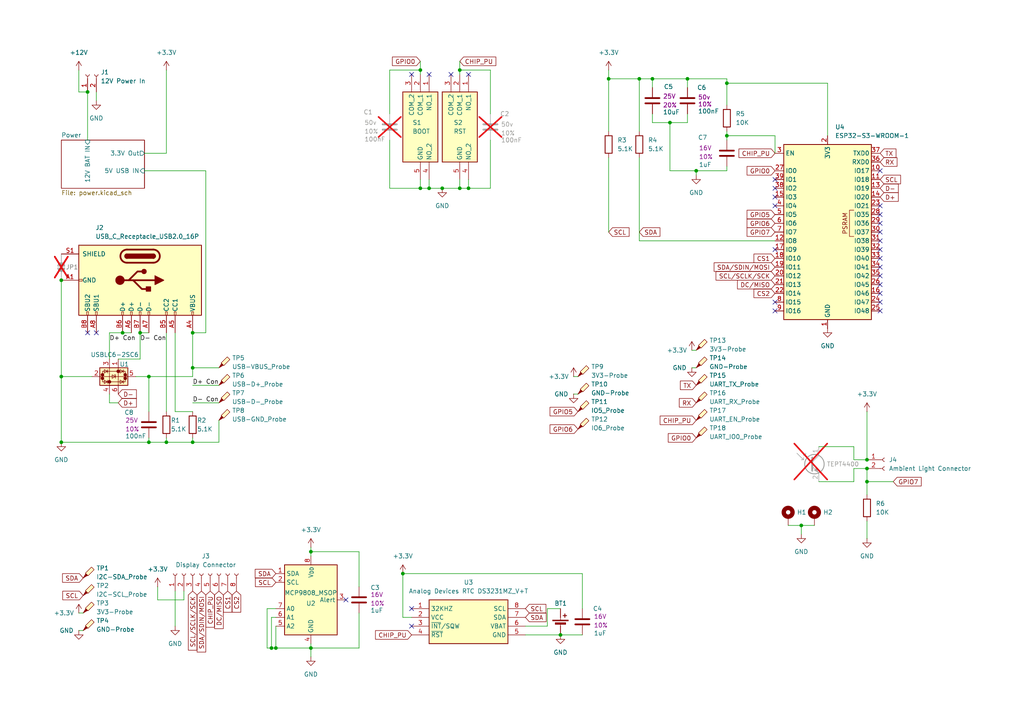
<source format=kicad_sch>
(kicad_sch (version 20231120) (generator "eeschema") (generator_version "8.0")
  (paper "A4")
  (title_block (title "RykerConnect PCB") (date "2024-04-26") (rev "1"))
  (lib_symbols
    (symbol "Connector:Conn_01x02_Socket" (pin_names (offset 1.016) hide)
      (property "Reference" "J" (at 0 2.54 0))
      (property "Value" "Conn_01x02_Socket" (at 0 -5.08 0))
      (symbol "Conn_01x02_Socket_1_1"
        (pin passive line (at -5.08 0 0) (length 3.81) (name "Pin_1") (number "1"))
        (pin passive line (at -5.08 -2.54 0) (length 3.81) (name "Pin_2") (number "2"))
      )
    )
    (symbol "Connector:Conn_01x08_Socket" (pin_names (offset 1.016) hide)
      (property "Reference" "J" (at 0 10.16 0))
      (property "Value" "Conn_01x08_Socket" (at 0 -12.7 0))
      (symbol "Conn_01x08_Socket_1_1"
        (pin passive line (at -5.08 7.62 0) (length 3.81) (name "Pin_1") (number "1"))
        (pin passive line (at -5.08 5.08 0) (length 3.81) (name "Pin_2") (number "2"))
        (pin passive line (at -5.08 2.54 0) (length 3.81) (name "Pin_3") (number "3"))
        (pin passive line (at -5.08 0 0) (length 3.81) (name "Pin_4") (number "4"))
        (pin passive line (at -5.08 -2.54 0) (length 3.81) (name "Pin_5") (number "5"))
        (pin passive line (at -5.08 -5.08 0) (length 3.81) (name "Pin_6") (number "6"))
        (pin passive line (at -5.08 -7.62 0) (length 3.81) (name "Pin_7") (number "7"))
        (pin passive line (at -5.08 -10.16 0) (length 3.81) (name "Pin_8") (number "8"))
      )
    )
    (symbol "Connector:TestPoint_Probe" (pin_numbers hide) (pin_names (offset 0.762) hide)
      (property "Reference" "TP" (at 1.651 5.842 0))
      (property "Value" "TestPoint_Probe" (at 1.651 4.064 0))
      (symbol "TestPoint_Probe_1_1"
        (pin passive line (at 0 0 90) (length 0) (name "1") (number "1"))
      )
    )
    (symbol "Connector:USB_C_Receptacle_USB2.0_16P" (pin_names (offset 1.016))
      (property "Reference" "J" (at 0 22.225 0))
      (property "Value" "USB_C_Receptacle_USB2.0_16P" (at 0 19.685 0))
      (symbol "USB_C_Receptacle_USB2.0_16P_1_1"
        (pin passive line (at 0 -22.86 90) (length 5.08) (name "GND") (number "A1"))
        (pin passive line (at 0 -22.86 90) (length 5.08) hide (name "GND") (number "A12"))
        (pin passive line (at 15.24 15.24 180) (length 5.08) (name "VBUS") (number "A4"))
        (pin bidirectional line (at 15.24 10.16 180) (length 5.08) (name "CC1") (number "A5"))
        (pin bidirectional line (at 15.24 -2.54 180) (length 5.08) (name "D+") (number "A6"))
        (pin bidirectional line (at 15.24 2.54 180) (length 5.08) (name "D-") (number "A7"))
        (pin bidirectional line (at 15.24 -12.7 180) (length 5.08) (name "SBU1") (number "A8"))
        (pin passive line (at 15.24 15.24 180) (length 5.08) hide (name "VBUS") (number "A9"))
        (pin passive line (at 0 -22.86 90) (length 5.08) hide (name "GND") (number "B1"))
        (pin passive line (at 0 -22.86 90) (length 5.08) hide (name "GND") (number "B12"))
        (pin passive line (at 15.24 15.24 180) (length 5.08) hide (name "VBUS") (number "B4"))
        (pin bidirectional line (at 15.24 7.62 180) (length 5.08) (name "CC2") (number "B5"))
        (pin bidirectional line (at 15.24 -5.08 180) (length 5.08) (name "D+") (number "B6"))
        (pin bidirectional line (at 15.24 0 180) (length 5.08) (name "D-") (number "B7"))
        (pin bidirectional line (at 15.24 -15.24 180) (length 5.08) (name "SBU2") (number "B8"))
        (pin passive line (at 15.24 15.24 180) (length 5.08) hide (name "VBUS") (number "B9"))
        (pin passive line (at -7.62 -22.86 90) (length 5.08) (name "SHIELD") (number "S1"))
      )
    )
    (symbol "Device:Battery_Cell" (pin_numbers hide) (pin_names (offset 0) hide)
      (property "Reference" "BT" (at 2.54 2.54 0))
      (property "Value" "Battery_Cell" (at 2.54 0 0))
      (symbol "Battery_Cell_1_1"
        (pin passive line (at 0 5.08 270) (length 2.54) (name "+") (number "1"))
        (pin passive line (at 0 -2.54 90) (length 2.54) (name "-") (number "2"))
      )
    )
    (symbol "Device:R" (pin_numbers hide) (pin_names (offset 0))
      (property "Reference" "R" (at 2.032 0 90))
      (property "Value" "R" (at 0 0 90))
      (symbol "R_1_1"
        (pin passive line (at 0 3.81 270) (length 1.27) (name "~") (number "1"))
        (pin passive line (at 0 -3.81 90) (length 1.27) (name "~") (number "2"))
      )
    )
    (symbol "Jumper:SolderJumper_2_Open" (pin_numbers hide) (pin_names (offset 0) hide) (exclude_from_sim yes) (in_bom no)
      (property "Reference" "JP" (at 0 2.032 0))
      (property "Value" "SolderJumper_2_Open" (at 0 -2.54 0))
      (symbol "SolderJumper_2_Open_1_1"
        (pin passive line (at -3.81 0 0) (length 2.54) (name "A") (number "1"))
        (pin passive line (at 3.81 0 180) (length 2.54) (name "B") (number "2"))
      )
    )
    (symbol "Mechanical:MountingHole_Pad" (pin_numbers hide) (pin_names (offset 1.016) hide) (exclude_from_sim yes) (in_bom no)
      (property "Reference" "H" (at 0 6.35 0))
      (property "Value" "MountingHole_Pad" (at 0 4.445 0))
      (symbol "MountingHole_Pad_1_1"
        (pin input line (at 0 -2.54 90) (length 2.54) (name "1") (number "1"))
      )
    )
    (symbol "Power_Protection:USBLC6-2SC6" (pin_names hide)
      (property "Reference" "U" (at 0.635 5.715 0))
      (property "Value" "USBLC6-2SC6" (at 0.635 3.81 0))
      (symbol "USBLC6-2SC6_1_1"
        (pin passive line (at -5.08 0 0) (length 2.54) (name "I/O1") (number "1"))
        (pin passive line (at 0 -7.62 90) (length 2.54) (name "GND") (number "2"))
        (pin passive line (at -5.08 -2.54 0) (length 2.54) (name "I/O2") (number "3"))
        (pin passive line (at 5.08 -2.54 180) (length 2.54) (name "I/O2") (number "4"))
        (pin passive line (at 0 5.08 270) (length 2.54) (name "VBUS") (number "5"))
        (pin passive line (at 5.08 0 180) (length 2.54) (name "I/O1") (number "6"))
      )
    )
    (symbol "RF_Module:ESP32-S3-WROOM-1"
      (property "Reference" "U" (at -12.7 26.67 0))
      (property "Value" "ESP32-S3-WROOM-1" (at 12.7 26.67 0))
      (symbol "ESP32-S3-WROOM-1_0_0"
        (text "PSRAM" (at 5.08 2.54 900) (effects (font (size 1.27 1.27))))
      )
      (symbol "ESP32-S3-WROOM-1_1_1"
        (pin power_in line (at 0 -27.94 90) (length 2.54) (name "GND") (number "1"))
        (pin bidirectional line (at 15.24 17.78 180) (length 2.54) (name "IO17") (number "10"))
        (pin bidirectional line (at 15.24 15.24 180) (length 2.54) (name "IO18") (number "11"))
        (pin bidirectional line (at -15.24 -2.54 0) (length 2.54) (name "IO8") (number "12"))
        (pin bidirectional line (at 15.24 12.7 180) (length 2.54) (name "IO19") (number "13"))
        (pin bidirectional line (at 15.24 10.16 180) (length 2.54) (name "IO20") (number "14"))
        (pin bidirectional line (at -15.24 10.16 0) (length 2.54) (name "IO3") (number "15"))
        (pin bidirectional line (at 15.24 -17.78 180) (length 2.54) (name "IO46") (number "16"))
        (pin bidirectional line (at -15.24 -5.08 0) (length 2.54) (name "IO9") (number "17"))
        (pin bidirectional line (at -15.24 -7.62 0) (length 2.54) (name "IO10") (number "18"))
        (pin bidirectional line (at -15.24 -10.16 0) (length 2.54) (name "IO11") (number "19"))
        (pin power_in line (at 0 27.94 270) (length 2.54) (name "3V3") (number "2"))
        (pin bidirectional line (at -15.24 -12.7 0) (length 2.54) (name "IO12") (number "20"))
        (pin bidirectional line (at -15.24 -15.24 0) (length 2.54) (name "IO13") (number "21"))
        (pin bidirectional line (at -15.24 -17.78 0) (length 2.54) (name "IO14") (number "22"))
        (pin bidirectional line (at 15.24 7.62 180) (length 2.54) (name "IO21") (number "23"))
        (pin bidirectional line (at 15.24 -20.32 180) (length 2.54) (name "IO47") (number "24"))
        (pin bidirectional line (at 15.24 -22.86 180) (length 2.54) (name "IO48") (number "25"))
        (pin bidirectional line (at 15.24 -15.24 180) (length 2.54) (name "IO45") (number "26"))
        (pin bidirectional line (at -15.24 17.78 0) (length 2.54) (name "IO0") (number "27"))
        (pin bidirectional line (at 15.24 5.08 180) (length 2.54) (name "IO35") (number "28"))
        (pin bidirectional line (at 15.24 2.54 180) (length 2.54) (name "IO36") (number "29"))
        (pin input line (at -15.24 22.86 0) (length 2.54) (name "EN") (number "3"))
        (pin bidirectional line (at 15.24 0 180) (length 2.54) (name "IO37") (number "30"))
        (pin bidirectional line (at 15.24 -2.54 180) (length 2.54) (name "IO38") (number "31"))
        (pin bidirectional line (at 15.24 -5.08 180) (length 2.54) (name "IO39") (number "32"))
        (pin bidirectional line (at 15.24 -7.62 180) (length 2.54) (name "IO40") (number "33"))
        (pin bidirectional line (at 15.24 -10.16 180) (length 2.54) (name "IO41") (number "34"))
        (pin bidirectional line (at 15.24 -12.7 180) (length 2.54) (name "IO42") (number "35"))
        (pin bidirectional line (at 15.24 20.32 180) (length 2.54) (name "RXD0") (number "36"))
        (pin bidirectional line (at 15.24 22.86 180) (length 2.54) (name "TXD0") (number "37"))
        (pin bidirectional line (at -15.24 12.7 0) (length 2.54) (name "IO2") (number "38"))
        (pin bidirectional line (at -15.24 15.24 0) (length 2.54) (name "IO1") (number "39"))
        (pin bidirectional line (at -15.24 7.62 0) (length 2.54) (name "IO4") (number "4"))
        (pin passive line (at 0 -27.94 90) (length 2.54) hide (name "GND") (number "40"))
        (pin passive line (at 0 -27.94 90) (length 2.54) hide (name "GND") (number "41"))
        (pin bidirectional line (at -15.24 5.08 0) (length 2.54) (name "IO5") (number "5"))
        (pin bidirectional line (at -15.24 2.54 0) (length 2.54) (name "IO6") (number "6"))
        (pin bidirectional line (at -15.24 0 0) (length 2.54) (name "IO7") (number "7"))
        (pin bidirectional line (at -15.24 -20.32 0) (length 2.54) (name "IO15") (number "8"))
        (pin bidirectional line (at -15.24 -22.86 0) (length 2.54) (name "IO16") (number "9"))
      )
    )
    (symbol "SamacSys_Parts:435451019820"
      (property "Reference" "S" (at 26.67 7.62 0))
      (property "Value" "435451019820" (at 26.67 5.08 0))
      (symbol "435451019820_1_1"
        (pin passive line (at 0 0 0) (length 5.08) (name "NO_1") (number "1"))
        (pin passive line (at 0 -2.54 0) (length 5.08) (name "COM_1") (number "2"))
        (pin passive line (at 0 -5.08 0) (length 5.08) (name "COM_2") (number "3"))
        (pin passive line (at 30.48 0 180) (length 5.08) (name "NO_2") (number "4"))
        (pin passive line (at 30.48 -2.54 180) (length 5.08) (name "GND") (number "5"))
      )
    )
    (symbol "SamacSys_Parts:Analog Devices RTC DS3231MZ_V+T"
      (property "Reference" "IC" (at 29.21 7.62 0))
      (property "Value" "Analog Devices RTC DS3231MZ_V+T" (at 29.21 5.08 0))
      (symbol "Analog Devices RTC DS3231MZ_V+T_1_1"
        (pin passive line (at 0 0 0) (length 5.08) (name "32KHZ") (number "1"))
        (pin passive line (at 0 -2.54 0) (length 5.08) (name "VCC") (number "2"))
        (pin passive line (at 0 -5.08 0) (length 5.08) (name "~{INT}/SQW") (number "3"))
        (pin passive line (at 0 -7.62 0) (length 5.08) (name "~{RST}") (number "4"))
        (pin passive line (at 33.02 -7.62 180) (length 5.08) (name "GND") (number "5"))
        (pin passive line (at 33.02 -5.08 180) (length 5.08) (name "VBAT") (number "6"))
        (pin passive line (at 33.02 -2.54 180) (length 5.08) (name "SDA") (number "7"))
        (pin passive line (at 33.02 0 180) (length 5.08) (name "SCL") (number "8"))
      )
    )
    (symbol "Sensor_Optical:TEPT4400" (pin_names (offset 0) hide)
      (property "Reference" "Q" (at 5.08 1.27 0))
      (property "Value" "TEPT4400" (at 5.08 -1.27 0))
      (symbol "TEPT4400_1_1"
        (pin passive line (at 2.54 5.08 270) (length 2.54) (name "C") (number "1"))
        (pin passive line (at 2.54 -5.08 90) (length 2.54) (name "E") (number "2"))
      )
    )
    (symbol "Sensor_Temperature:MCP9808_MSOP"
      (property "Reference" "U" (at -6.35 11.43 0))
      (property "Value" "MCP9808_MSOP" (at 10.16 11.43 0))
      (symbol "MCP9808_MSOP_1_1"
        (pin bidirectional line (at -10.16 7.62 0) (length 2.54) (name "SDA") (number "1"))
        (pin input line (at -10.16 5.08 0) (length 2.54) (name "SCL") (number "2"))
        (pin output line (at 10.16 0 180) (length 2.54) (name "Alert") (number "3"))
        (pin power_in line (at 0 -12.7 90) (length 2.54) (name "GND") (number "4"))
        (pin input line (at -10.16 -7.62 0) (length 2.54) (name "A2") (number "5"))
        (pin input line (at -10.16 -5.08 0) (length 2.54) (name "A1") (number "6"))
        (pin input line (at -10.16 -2.54 0) (length 2.54) (name "A0") (number "7"))
        (pin power_in line (at 0 12.7 270) (length 2.54) (name "V_{DD}") (number "8"))
      )
    )
    (symbol "SparkFun-Capacitor:C" (pin_numbers hide) (pin_names (offset 0.254))
      (property "Reference" "C" (at 0.635 2.54 0))
      (property "Value" "C" (at 0.635 -2.54 0))
      (property "Voltage" "1kV" (at 0 -6.35 0))
      (property "Tolerance" "100%" (at 0 -8.89 0))
      (symbol "C_1_1"
        (pin passive line (at 0 3.81 270) (length 2.794) (name "~") (number "1"))
        (pin passive line (at 0 -3.81 90) (length 2.794) (name "~") (number "2"))
      )
    )
    (symbol "power:+12V" (power) (pin_numbers hide) (pin_names (offset 0) hide)
      (property "Value" "+12V" (at 0 3.556 0))
      (symbol "+12V_1_1"
        (pin power_in line (at 0 0 90) (length 0) (name "~") (number "1"))
      )
    )
    (symbol "power:+3.3V" (power) (pin_numbers hide) (pin_names (offset 0) hide)
      (property "Value" "+3.3V" (at 0 3.556 0))
      (symbol "+3.3V_1_1"
        (pin power_in line (at 0 0 90) (length 0) (name "~") (number "1"))
      )
    )
    (symbol "power:GND" (power) (pin_numbers hide) (pin_names (offset 0) hide)
      (property "Value" "GND" (at 0 -3.81 0))
      (symbol "GND_1_1"
        (pin power_in line (at 0 0 270) (length 0) (name "~") (number "1"))
      )
    )
  )
  (junction (at 17.78 81.28))
  (junction (at 162.56 184.15))
  (junction (at 135.89 54.61))
  (junction (at 17.78 128.27))
  (junction (at 201.93 49.53))
  (junction (at 121.92 20.32))
  (junction (at 251.46 133.35))
  (junction (at 35.56 96.52))
  (junction (at 128.27 54.61))
  (junction (at 90.17 187.96))
  (junction (at 90.17 160.02))
  (junction (at 133.35 54.61))
  (junction (at 194.31 35.56))
  (junction (at 251.46 139.7))
  (junction (at 25.4 26.67))
  (junction (at 133.35 20.32))
  (junction (at 121.92 54.61))
  (junction (at 78.74 187.96))
  (junction (at 116.84 166.37))
  (junction (at 55.88 106.68))
  (junction (at 124.46 54.61))
  (junction (at 210.82 39.37))
  (junction (at 199.39 22.86))
  (junction (at 17.78 109.22))
  (junction (at 189.23 22.86))
  (junction (at 43.18 128.27))
  (junction (at 176.53 22.86))
  (junction (at 48.26 128.27))
  (junction (at 210.82 24.13))
  (junction (at 43.18 109.22))
  (junction (at 55.88 96.52))
  (junction (at 55.88 128.27))
  (junction (at 251.46 135.89))
  (junction (at 185.42 22.86))
  (junction (at 80.01 187.96))
  (junction (at 232.41 152.4))
  (junction (at 40.64 96.52))
  (no_connect (at 224.79 57.15))
  (no_connect (at 119.38 181.61))
  (no_connect (at 119.38 21.59))
  (no_connect (at 224.79 90.17))
  (no_connect (at 255.27 62.23))
  (no_connect (at 135.89 21.59))
  (no_connect (at 224.79 72.39))
  (no_connect (at 255.27 77.47))
  (no_connect (at 255.27 72.39))
  (no_connect (at 255.27 87.63))
  (no_connect (at 224.79 54.61))
  (no_connect (at 255.27 74.93))
  (no_connect (at 224.79 52.07))
  (no_connect (at 255.27 90.17))
  (no_connect (at 255.27 85.09))
  (no_connect (at 255.27 59.69))
  (no_connect (at 255.27 80.01))
  (no_connect (at 27.94 96.52))
  (no_connect (at 224.79 59.69))
  (no_connect (at 255.27 82.55))
  (no_connect (at 255.27 49.53))
  (no_connect (at 130.81 21.59))
  (no_connect (at 255.27 64.77))
  (no_connect (at 100.33 173.99))
  (no_connect (at 119.38 176.53))
  (no_connect (at 25.4 96.52))
  (no_connect (at 224.79 87.63))
  (no_connect (at 255.27 67.31))
  (no_connect (at 124.46 21.59))
  (no_connect (at 255.27 69.85))
  (wire (pts (xy 59.69 96.52) (xy 59.69 49.53)))
  (wire (pts (xy 55.88 111.76) (xy 63.5 111.76)))
  (wire (pts (xy 50.8 119.38) (xy 55.88 119.38)))
  (wire (pts (xy 133.35 17.78) (xy 133.35 20.32)))
  (wire (pts (xy 41.91 44.45) (xy 48.26 44.45)))
  (wire (pts (xy 247.65 135.89) (xy 251.46 135.89)))
  (wire (pts (xy 210.82 39.37) (xy 210.82 40.64)))
  (wire (pts (xy 48.26 128.27) (xy 48.26 127)))
  (wire (pts (xy 210.82 39.37) (xy 224.79 39.37)))
  (wire (pts (xy 142.24 54.61) (xy 135.89 54.61)))
  (wire (pts (xy 90.17 161.29) (xy 90.17 160.02)))
  (wire (pts (xy 78.74 179.07) (xy 78.74 187.96)))
  (wire (pts (xy 90.17 186.69) (xy 90.17 187.96)))
  (wire (pts (xy 53.34 171.45) (xy 53.34 173.99)))
  (wire (pts (xy 162.56 184.15) (xy 168.91 184.15)))
  (wire (pts (xy 90.17 187.96) (xy 90.17 190.5)))
  (wire (pts (xy 166.37 114.3) (xy 167.64 114.3)))
  (wire (pts (xy 80.01 176.53) (xy 77.47 176.53)))
  (wire (pts (xy 35.56 96.52) (xy 38.1 96.52)))
  (wire (pts (xy 185.42 45.72) (xy 185.42 69.85)))
  (wire (pts (xy 90.17 158.75) (xy 90.17 160.02)))
  (wire (pts (xy 176.53 45.72) (xy 176.53 67.31)))
  (wire (pts (xy 22.86 182.88) (xy 24.13 182.88)))
  (wire (pts (xy 237.49 129.54) (xy 247.65 129.54)))
  (wire (pts (xy 77.47 187.96) (xy 78.74 187.96)))
  (wire (pts (xy 55.88 109.22) (xy 55.88 106.68)))
  (wire (pts (xy 124.46 52.07) (xy 124.46 54.61)))
  (wire (pts (xy 135.89 52.07) (xy 135.89 54.61)))
  (wire (pts (xy 40.64 96.52) (xy 40.64 104.14)))
  (wire (pts (xy 247.65 129.54) (xy 247.65 133.35)))
  (wire (pts (xy 185.42 22.86) (xy 185.42 38.1)))
  (wire (pts (xy 185.42 22.86) (xy 189.23 22.86)))
  (wire (pts (xy 200.66 106.68) (xy 201.93 106.68)))
  (wire (pts (xy 247.65 139.7) (xy 247.65 135.89)))
  (wire (pts (xy 237.49 139.7) (xy 247.65 139.7)))
  (wire (pts (xy 210.82 38.1) (xy 210.82 39.37)))
  (wire (pts (xy 152.4 184.15) (xy 162.56 184.15)))
  (wire (pts (xy 116.84 166.37) (xy 168.91 166.37)))
  (wire (pts (xy 63.5 128.27) (xy 63.5 121.92)))
  (wire (pts (xy 25.4 26.67) (xy 25.4 40.64)))
  (wire (pts (xy 251.46 119.38) (xy 251.46 133.35)))
  (wire (pts (xy 80.01 187.96) (xy 90.17 187.96)))
  (wire (pts (xy 53.34 173.99) (xy 45.72 173.99)))
  (wire (pts (xy 199.39 35.56) (xy 194.31 35.56)))
  (wire (pts (xy 210.82 48.26) (xy 210.82 49.53)))
  (wire (pts (xy 152.4 181.61) (xy 158.75 181.61)))
  (wire (pts (xy 55.88 128.27) (xy 63.5 128.27)))
  (wire (pts (xy 113.03 20.32) (xy 113.03 33.02)))
  (wire (pts (xy 247.65 133.35) (xy 251.46 133.35)))
  (wire (pts (xy 43.18 127) (xy 43.18 128.27)))
  (wire (pts (xy 31.75 96.52) (xy 31.75 104.14)))
  (wire (pts (xy 80.01 179.07) (xy 78.74 179.07)))
  (wire (pts (xy 17.78 109.22) (xy 17.78 128.27)))
  (wire (pts (xy 124.46 54.61) (xy 128.27 54.61)))
  (wire (pts (xy 232.41 152.4) (xy 232.41 154.94)))
  (wire (pts (xy 27.94 26.67) (xy 27.94 29.21)))
  (wire (pts (xy 228.6 152.4) (xy 232.41 152.4)))
  (wire (pts (xy 17.78 81.28) (xy 17.78 109.22)))
  (wire (pts (xy 50.8 171.45) (xy 50.8 181.61)))
  (wire (pts (xy 199.39 22.86) (xy 210.82 22.86)))
  (wire (pts (xy 77.47 176.53) (xy 77.47 187.96)))
  (wire (pts (xy 199.39 33.02) (xy 199.39 35.56)))
  (wire (pts (xy 43.18 128.27) (xy 48.26 128.27)))
  (wire (pts (xy 55.88 128.27) (xy 55.88 127)))
  (wire (pts (xy 158.75 176.53) (xy 162.56 176.53)))
  (wire (pts (xy 199.39 22.86) (xy 199.39 25.4)))
  (wire (pts (xy 121.92 17.78) (xy 121.92 20.32)))
  (wire (pts (xy 48.26 128.27) (xy 55.88 128.27)))
  (wire (pts (xy 168.91 166.37) (xy 168.91 176.53)))
  (wire (pts (xy 116.84 166.37) (xy 116.84 179.07)))
  (wire (pts (xy 104.14 177.8) (xy 104.14 187.96)))
  (wire (pts (xy 142.24 20.32) (xy 142.24 33.02)))
  (wire (pts (xy 210.82 24.13) (xy 210.82 30.48)))
  (wire (pts (xy 201.93 49.53) (xy 194.31 49.53)))
  (wire (pts (xy 22.86 26.67) (xy 25.4 26.67)))
  (wire (pts (xy 59.69 49.53) (xy 41.91 49.53)))
  (wire (pts (xy 128.27 54.61) (xy 133.35 54.61)))
  (wire (pts (xy 251.46 139.7) (xy 251.46 143.51)))
  (wire (pts (xy 90.17 160.02) (xy 104.14 160.02)))
  (wire (pts (xy 55.88 96.52) (xy 59.69 96.52)))
  (wire (pts (xy 185.42 69.85) (xy 224.79 69.85)))
  (wire (pts (xy 121.92 52.07) (xy 121.92 54.61)))
  (wire (pts (xy 133.35 21.59) (xy 133.35 20.32)))
  (wire (pts (xy 113.03 40.64) (xy 113.03 54.61)))
  (wire (pts (xy 121.92 21.59) (xy 121.92 20.32)))
  (wire (pts (xy 176.53 22.86) (xy 176.53 38.1)))
  (wire (pts (xy 194.31 35.56) (xy 194.31 49.53)))
  (wire (pts (xy 251.46 151.13) (xy 251.46 156.21)))
  (wire (pts (xy 189.23 22.86) (xy 199.39 22.86)))
  (wire (pts (xy 78.74 187.96) (xy 80.01 187.96)))
  (wire (pts (xy 240.03 24.13) (xy 240.03 39.37)))
  (wire (pts (xy 35.56 96.52) (xy 31.75 96.52)))
  (wire (pts (xy 133.35 20.32) (xy 142.24 20.32)))
  (wire (pts (xy 210.82 49.53) (xy 201.93 49.53)))
  (wire (pts (xy 224.79 39.37) (xy 224.79 44.45)))
  (wire (pts (xy 31.75 114.3) (xy 31.75 116.84)))
  (wire (pts (xy 113.03 54.61) (xy 121.92 54.61)))
  (wire (pts (xy 133.35 52.07) (xy 133.35 54.61)))
  (wire (pts (xy 166.37 109.22) (xy 167.64 109.22)))
  (wire (pts (xy 121.92 54.61) (xy 124.46 54.61)))
  (wire (pts (xy 45.72 173.99) (xy 45.72 170.18)))
  (wire (pts (xy 104.14 187.96) (xy 90.17 187.96)))
  (wire (pts (xy 55.88 116.84) (xy 63.5 116.84)))
  (wire (pts (xy 176.53 22.86) (xy 185.42 22.86)))
  (wire (pts (xy 17.78 109.22) (xy 26.67 109.22)))
  (wire (pts (xy 43.18 109.22) (xy 43.18 119.38)))
  (wire (pts (xy 40.64 104.14) (xy 34.29 104.14)))
  (wire (pts (xy 55.88 96.52) (xy 55.88 106.68)))
  (wire (pts (xy 259.08 139.7) (xy 251.46 139.7)))
  (wire (pts (xy 43.18 109.22) (xy 55.88 109.22)))
  (wire (pts (xy 116.84 179.07) (xy 119.38 179.07)))
  (wire (pts (xy 135.89 54.61) (xy 133.35 54.61)))
  (wire (pts (xy 48.26 96.52) (xy 48.26 119.38)))
  (wire (pts (xy 158.75 181.61) (xy 158.75 176.53)))
  (wire (pts (xy 17.78 128.27) (xy 43.18 128.27)))
  (wire (pts (xy 189.23 35.56) (xy 194.31 35.56)))
  (wire (pts (xy 210.82 22.86) (xy 210.82 24.13)))
  (wire (pts (xy 40.64 96.52) (xy 43.18 96.52)))
  (wire (pts (xy 176.53 20.32) (xy 176.53 22.86)))
  (wire (pts (xy 200.66 101.6) (xy 201.93 101.6)))
  (wire (pts (xy 39.37 109.22) (xy 43.18 109.22)))
  (wire (pts (xy 48.26 44.45) (xy 48.26 20.32)))
  (wire (pts (xy 22.86 177.8) (xy 24.13 177.8)))
  (wire (pts (xy 55.88 106.68) (xy 63.5 106.68)))
  (wire (pts (xy 201.93 49.53) (xy 201.93 50.8)))
  (wire (pts (xy 104.14 160.02) (xy 104.14 170.18)))
  (wire (pts (xy 251.46 135.89) (xy 251.46 139.7)))
  (wire (pts (xy 210.82 24.13) (xy 240.03 24.13)))
  (wire (pts (xy 121.92 20.32) (xy 113.03 20.32)))
  (wire (pts (xy 22.86 20.32) (xy 22.86 26.67)))
  (wire (pts (xy 189.23 33.02) (xy 189.23 35.56)))
  (wire (pts (xy 31.75 116.84) (xy 34.29 116.84)))
  (wire (pts (xy 142.24 40.64) (xy 142.24 54.61)))
  (wire (pts (xy 50.8 96.52) (xy 50.8 119.38)))
  (wire (pts (xy 232.41 152.4) (xy 236.22 152.4)))
  (wire (pts (xy 189.23 22.86) (xy 189.23 25.4)))
  (wire (pts (xy 80.01 181.61) (xy 80.01 187.96)))
  (label "D+ Con" (at 55.88 111.76 0))
  (label "D- Con" (at 40.64 99.06 0))
  (label "D+ Con" (at 31.75 99.06 0))
  (label "D- Con" (at 55.88 116.84 0))
  (global_label "D+" (shape input) (at 255.27 57.15 0) (property "Intersheetrefs" "${INTERSHEET_REFS}" (effects (hide yes))))
  (global_label "GPIO6" (shape input) (at 167.64 124.46 180) (property "Intersheetrefs" "${INTERSHEET_REFS}" (effects (hide yes))))
  (global_label "CHIP_PU" (shape input) (at 60.96 171.45 270) (property "Intersheetrefs" "${INTERSHEET_REFS}" (effects (hide yes))))
  (global_label "D-" (shape input) (at 255.27 54.61 0) (property "Intersheetrefs" "${INTERSHEET_REFS}" (effects (hide yes))))
  (global_label "GPIO5" (shape input) (at 167.64 119.38 180) (property "Intersheetrefs" "${INTERSHEET_REFS}" (effects (hide yes))))
  (global_label "D-" (shape input) (at 34.29 114.3 0) (property "Intersheetrefs" "${INTERSHEET_REFS}" (effects (hide yes))))
  (global_label "GPIO0" (shape input) (at 121.92 17.78 180) (property "Intersheetrefs" "${INTERSHEET_REFS}" (effects (hide yes))))
  (global_label "RX" (shape input) (at 201.93 116.84 180) (property "Intersheetrefs" "${INTERSHEET_REFS}" (effects (hide yes))))
  (global_label "CHIP_PU" (shape input) (at 119.38 184.15 180) (property "Intersheetrefs" "${INTERSHEET_REFS}" (effects (hide yes))))
  (global_label "GPIO0" (shape input) (at 224.79 49.53 180) (property "Intersheetrefs" "${INTERSHEET_REFS}" (effects (hide yes))))
  (global_label "GPIO6" (shape input) (at 224.79 64.77 180) (property "Intersheetrefs" "${INTERSHEET_REFS}" (effects (hide yes))))
  (global_label "SDA{slash}SDIN{slash}MOSI" (shape input) (at 58.42 171.45 270) (property "Intersheetrefs" "${INTERSHEET_REFS}" (effects (hide yes))))
  (global_label "SCL" (shape input) (at 24.13 172.72 180) (property "Intersheetrefs" "${INTERSHEET_REFS}" (effects (hide yes))))
  (global_label "SCL" (shape input) (at 152.4 176.53 0) (property "Intersheetrefs" "${INTERSHEET_REFS}" (effects (hide yes))))
  (global_label "CS1" (shape input) (at 66.04 171.45 270) (property "Intersheetrefs" "${INTERSHEET_REFS}" (effects (hide yes))))
  (global_label "GPIO5" (shape input) (at 224.79 62.23 180) (property "Intersheetrefs" "${INTERSHEET_REFS}" (effects (hide yes))))
  (global_label "CS2" (shape input) (at 68.58 171.45 270) (property "Intersheetrefs" "${INTERSHEET_REFS}" (effects (hide yes))))
  (global_label "SCL{slash}SCLK{slash}SCK" (shape input) (at 224.79 80.01 180) (property "Intersheetrefs" "${INTERSHEET_REFS}" (effects (hide yes))))
  (global_label "GPIO0" (shape input) (at 201.93 127 180) (property "Intersheetrefs" "${INTERSHEET_REFS}" (effects (hide yes))))
  (global_label "SDA" (shape input) (at 152.4 179.07 0) (property "Intersheetrefs" "${INTERSHEET_REFS}" (effects (hide yes))))
  (global_label "SCL{slash}SCLK{slash}SCK" (shape input) (at 55.88 171.45 270) (property "Intersheetrefs" "${INTERSHEET_REFS}" (effects (hide yes))))
  (global_label "GPIO7" (shape input) (at 224.79 67.31 180) (property "Intersheetrefs" "${INTERSHEET_REFS}" (effects (hide yes))))
  (global_label "DC{slash}MISO" (shape input) (at 63.5 171.45 270) (property "Intersheetrefs" "${INTERSHEET_REFS}" (effects (hide yes))))
  (global_label "SDA" (shape input) (at 24.13 167.64 180) (property "Intersheetrefs" "${INTERSHEET_REFS}" (effects (hide yes))))
  (global_label "CS1" (shape input) (at 224.79 74.93 180) (property "Intersheetrefs" "${INTERSHEET_REFS}" (effects (hide yes))))
  (global_label "SCL" (shape input) (at 255.27 52.07 0) (property "Intersheetrefs" "${INTERSHEET_REFS}" (effects (hide yes))))
  (global_label "CS2" (shape input) (at 224.79 85.09 180) (property "Intersheetrefs" "${INTERSHEET_REFS}" (effects (hide yes))))
  (global_label "SCL" (shape input) (at 176.53 67.31 0) (property "Intersheetrefs" "${INTERSHEET_REFS}" (effects (hide yes))))
  (global_label "SDA{slash}SDIN{slash}MOSI" (shape input) (at 224.79 77.47 180) (property "Intersheetrefs" "${INTERSHEET_REFS}" (effects (hide yes))))
  (global_label "DC{slash}MISO" (shape input) (at 224.79 82.55 180) (property "Intersheetrefs" "${INTERSHEET_REFS}" (effects (hide yes))))
  (global_label "GPIO7" (shape input) (at 259.08 139.7 0) (property "Intersheetrefs" "${INTERSHEET_REFS}" (effects (hide yes))))
  (global_label "SDA" (shape input) (at 185.42 67.31 0) (property "Intersheetrefs" "${INTERSHEET_REFS}" (effects (hide yes))))
  (global_label "SCL" (shape input) (at 80.01 168.91 180) (property "Intersheetrefs" "${INTERSHEET_REFS}" (effects (hide yes))))
  (global_label "TX" (shape input) (at 255.27 44.45 0) (property "Intersheetrefs" "${INTERSHEET_REFS}" (effects (hide yes))))
  (global_label "CHIP_PU" (shape input) (at 224.79 44.45 180) (property "Intersheetrefs" "${INTERSHEET_REFS}" (effects (hide yes))))
  (global_label "CHIP_PU" (shape input) (at 133.35 17.78 0) (property "Intersheetrefs" "${INTERSHEET_REFS}" (effects (hide yes))))
  (global_label "TX" (shape input) (at 201.93 111.76 180) (property "Intersheetrefs" "${INTERSHEET_REFS}" (effects (hide yes))))
  (global_label "CHIP_PU" (shape input) (at 201.93 121.92 180) (property "Intersheetrefs" "${INTERSHEET_REFS}" (effects (hide yes))))
  (global_label "D+" (shape input) (at 34.29 116.84 0) (property "Intersheetrefs" "${INTERSHEET_REFS}" (effects (hide yes))))
  (global_label "SDA" (shape input) (at 80.01 166.37 180) (property "Intersheetrefs" "${INTERSHEET_REFS}" (effects (hide yes))))
  (global_label "RX" (shape input) (at 255.27 46.99 0) (property "Intersheetrefs" "${INTERSHEET_REFS}" (effects (hide yes))))
  (symbol (lib_id "RF_Module:ESP32-S3-WROOM-1") (at 240.03 67.31 0) (unit 1)
    (property "Reference" "U4" (at 242.2241 36.83 0) (effects (justify left)))
    (property "Value" "ESP32-S3-WROOM-1" (at 242.2241 39.37 0) (effects (justify left)))
    (property "Footprint" "RF_Module:ESP32-S3-WROOM-1" (effects (hide yes)))
    (property "Datasheet" "https://www.espressif.com/sites/default/files/documentation/esp32-s3-wroom-1_wroom-1u_datasheet_en.pdf" (effects (hide yes)))
    (property "Description" "RF Module, ESP32-S3 SoC, Wi-Fi 802.11b/g/n, Bluetooth, BLE, 32-bit, 3.3V, onboard antenna, SMD" (effects (hide yes)))
  )
  (symbol (lib_id "Connector:Conn_01x02_Socket") (at 256.54 133.35 0) (unit 1)
    (property "Reference" "J4" (at 257.81 133.3499 0) (effects (justify left)))
    (property "Value" "Ambient Light Connector" (at 257.81 135.8899 0) (effects (justify left)))
    (property "Footprint" "Connector_JST:JST_SH_SM02B-SRSS-TB_1x02-1MP_P1.00mm_Horizontal" (effects (hide yes)))
    (property "Description" "Generic connector, single row, 01x02, script generated" (effects (hide yes)))
  )
  (symbol (lib_id "power:GND") (at 162.56 184.15 0) (unit 1)
    (property "Reference" "#PWR013" (effects (hide yes)))
    (property "Value" "GND" (at 162.56 189.23 0))
    (property "Description" "Power symbol creates a global label with name \"GND\" , ground" (effects (hide yes)))
  )
  (symbol (lib_id "power:+3.3V") (at 116.84 166.37 0) (unit 1)
    (property "Reference" "#PWR012" (effects (hide yes)))
    (property "Value" "+3.3V" (at 116.84 161.29 0))
    (property "Description" "Power symbol creates a global label with name \"+3.3V\"" (effects (hide yes)))
  )
  (symbol (lib_id "Connector:TestPoint_Probe") (at 63.5 116.84 0) (unit 1)
    (property "Reference" "TP7" (at 67.31 113.9824 0) (effects (justify left)))
    (property "Value" "USB-D-_Probe" (at 67.31 116.5224 0) (effects (justify left)))
    (property "Footprint" "TestPoint:TestPoint_Pad_D1.0mm" (effects (hide yes)))
    (property "Description" "test point (alternative probe-style design)" (effects (hide yes)))
  )
  (symbol (lib_id "SparkFun-Capacitor:C") (at 199.39 29.21 0) (unit 1)
    (property "Reference" "C6" (at 202.184 25.3999 0) (effects (justify left)))
    (property "Value" "100nF" (at 202.438 32.258 0) (effects (justify left)))
    (property "Footprint" "Capacitor_SMD:C_0603_1608Metric_Pad1.08x0.95mm_HandSolder" (effects (hide yes)))
    (property "Datasheet" "https://cdn.sparkfun.com/assets/8/a/4/a/5/Kemet_Capacitor_Datasheet.pdf" (effects (hide yes)))
    (property "Description" "Unpolarized capacitor" (effects (hide yes)))
    (property "PROD_ID" "C0603C104K5RAC7082" (effects (hide yes)))
    (property "Voltage" "50v" (at 202.438 28.194 0) (effects (justify left)))
    (property "Tolerance" "10%" (at 202.438 30.226 0) (effects (justify left)))
  )
  (symbol (lib_id "power:+3.3V") (at 90.17 158.75 0) (unit 1)
    (property "Reference" "#PWR09" (effects (hide yes)))
    (property "Value" "+3.3V" (at 90.17 153.67 0))
    (property "Description" "Power symbol creates a global label with name \"+3.3V\"" (effects (hide yes)))
  )
  (symbol (lib_id "Connector:TestPoint_Probe") (at 167.64 109.22 0) (unit 1)
    (property "Reference" "TP9" (at 171.45 106.3624 0) (effects (justify left)))
    (property "Value" "3V3-Probe" (at 171.45 108.9024 0) (effects (justify left)))
    (property "Footprint" "TestPoint:TestPoint_Pad_D2.0mm" (effects (hide yes)))
    (property "Description" "test point (alternative probe-style design)" (effects (hide yes)))
  )
  (symbol (lib_id "SparkFun-Capacitor:C") (at 104.14 173.99 0) (unit 1)
    (property "Reference" "C3" (at 107.442 170.434 0) (effects (justify left)))
    (property "Value" "1uF" (at 107.442 177.038 0) (effects (justify left)))
    (property "Footprint" "Capacitor_SMD:C_0603_1608Metric_Pad1.08x0.95mm_HandSolder" (effects (hide yes)))
    (property "Datasheet" "https://cdn.sparkfun.com/assets/8/a/4/a/5/Kemet_Capacitor_Datasheet.pdf" (effects (hide yes)))
    (property "Description" "Unpolarized capacitor" (effects (hide yes)))
    (property "PROD_ID" "CL10B105KO8NNND" (effects (hide yes)))
    (property "Voltage" "16V" (at 107.442 172.4661 0) (effects (justify left)))
    (property "Tolerance" "10%" (at 107.442 175.0061 0) (effects (justify left)))
  )
  (symbol (lib_id "Connector:TestPoint_Probe") (at 201.93 101.6 0) (unit 1)
    (property "Reference" "TP13" (at 205.74 98.7424 0) (effects (justify left)))
    (property "Value" "3V3-Probe" (at 205.74 101.2824 0) (effects (justify left)))
    (property "Footprint" "TestPoint:TestPoint_Pad_D1.5mm" (effects (hide yes)))
    (property "Description" "test point (alternative probe-style design)" (effects (hide yes)))
  )
  (symbol (lib_id "Connector:TestPoint_Probe") (at 24.13 172.72 0) (unit 1)
    (property "Reference" "TP2" (at 27.94 169.8624 0) (effects (justify left)))
    (property "Value" "I2C-SCL_Probe" (at 27.94 172.4024 0) (effects (justify left)))
    (property "Footprint" "TestPoint:TestPoint_Pad_D2.0mm" (effects (hide yes)))
    (property "Description" "test point (alternative probe-style design)" (effects (hide yes)))
  )
  (symbol (lib_id "Connector:Conn_01x02_Socket") (at 25.4 21.59 90) (unit 1)
    (property "Reference" "J1" (at 29.21 20.9549 90) (effects (justify right)))
    (property "Value" "12V Power In" (at 29.21 23.4949 90) (effects (justify right)))
    (property "Footprint" "SamacSys_Parts:43650-02_00,01,02_" (effects (hide yes)))
    (property "Description" "Generic connector, single row, 01x02, script generated" (effects (hide yes)))
  )
  (symbol (lib_id "power:+3.3V") (at 22.86 177.8 0) (unit 1)
    (property "Reference" "#PWR03" (effects (hide yes)))
    (property "Value" "+3.3V" (at 18.542 177.8 0))
    (property "Description" "Power symbol creates a global label with name \"+3.3V\"" (effects (hide yes)))
  )
  (symbol (lib_id "SparkFun-Capacitor:C") (at 189.23 29.21 0) (unit 1)
    (property "Reference" "C5" (at 192.532 25.146 0) (effects (justify left)))
    (property "Value" "10uF" (at 192.278 32.512 0) (effects (justify left)))
    (property "Footprint" "Capacitor_SMD:C_0603_1608Metric_Pad1.08x0.95mm_HandSolder" (effects (hide yes)))
    (property "Datasheet" "https://cdn.sparkfun.com/assets/8/a/4/a/5/Kemet_Capacitor_Datasheet.pdf" (effects (hide yes)))
    (property "Description" "Unpolarized capacitor" (effects (hide yes)))
    (property "PROD_ID" "C1608X5R1E106M080AC" (effects (hide yes)))
    (property "Voltage" "25V" (at 192.278 27.94 0) (effects (justify left)))
    (property "Tolerance" "20%" (at 192.278 30.48 0) (effects (justify left)))
  )
  (symbol (lib_id "Connector:TestPoint_Probe") (at 201.93 116.84 0) (unit 1)
    (property "Reference" "TP16" (at 205.74 113.9824 0) (effects (justify left)))
    (property "Value" "UART_RX_Probe" (at 205.74 116.5224 0) (effects (justify left)))
    (property "Footprint" "TestPoint:TestPoint_Pad_D1.5mm" (effects (hide yes)))
    (property "Description" "test point (alternative probe-style design)" (effects (hide yes)))
  )
  (symbol (lib_id "SparkFun-Capacitor:C") (at 113.03 36.83 0) (unit 1) (in_bom no) (dnp yes)
    (property "Reference" "C1" (at 105.41 32.5119 0) (effects (justify left)))
    (property "Value" "100nF" (at 105.664 40.386 0) (effects (justify left)))
    (property "Footprint" "Capacitor_SMD:C_0603_1608Metric_Pad1.08x0.95mm_HandSolder" (effects (hide yes)))
    (property "Datasheet" "https://cdn.sparkfun.com/assets/8/a/4/a/5/Kemet_Capacitor_Datasheet.pdf" (effects (hide yes)))
    (property "Description" "Unpolarized capacitor" (effects (hide yes)))
    (property "PROD_ID" "CAP-00000" (effects (hide yes)))
    (property "Voltage" "50v" (at 105.664 35.56 0) (effects (justify left)))
    (property "Tolerance" "10%" (at 105.664 38.1 0) (effects (justify left)))
  )
  (symbol (lib_id "power:+3.3V") (at 176.53 20.32 0) (unit 1)
    (property "Reference" "#PWR016" (effects (hide yes)))
    (property "Value" "+3.3V" (at 176.53 15.24 0))
    (property "Description" "Power symbol creates a global label with name \"+3.3V\"" (effects (hide yes)))
  )
  (symbol (lib_id "power:GND") (at 50.8 181.61 0) (unit 1)
    (property "Reference" "#PWR08" (effects (hide yes)))
    (property "Value" "GND" (at 50.8 186.69 0))
    (property "Description" "Power symbol creates a global label with name \"GND\" , ground" (effects (hide yes)))
  )
  (symbol (lib_id "Connector:TestPoint_Probe") (at 63.5 121.92 0) (unit 1)
    (property "Reference" "TP8" (at 67.31 119.0624 0) (effects (justify left)))
    (property "Value" "USB-GND_Probe" (at 67.31 121.6024 0) (effects (justify left)))
    (property "Footprint" "TestPoint:TestPoint_Pad_D1.0mm" (effects (hide yes)))
    (property "Description" "test point (alternative probe-style design)" (effects (hide yes)))
  )
  (symbol (lib_id "power:+12V") (at 22.86 20.32 0) (unit 1)
    (property "Reference" "#PWR02" (effects (hide yes)))
    (property "Value" "+12V" (at 22.86 15.24 0))
    (property "Description" "Power symbol creates a global label with name \"+12V\"" (effects (hide yes)))
  )
  (symbol (lib_id "Mechanical:MountingHole_Pad") (at 228.6 149.86 0) (unit 1) (exclude_from_sim yes) (in_bom no)
    (property "Reference" "H1" (at 231.14 148.5899 0) (effects (justify left)))
    (property "Value" "MountingHole_Pad" (effects (hide yes)))
    (property "Footprint" "MountingHole:MountingHole_2.2mm_M2_ISO14580_Pad_TopBottom" (effects (hide yes)))
    (property "Description" "Mounting Hole with connection" (effects (hide yes)))
  )
  (symbol (lib_id "SamacSys_Parts:435451019820") (at 124.46 21.59 270) (unit 1)
    (property "Reference" "S1" (at 119.634 35.56 90) (effects (justify left)))
    (property "Value" "BOOT" (at 119.634 38.1 90) (effects (justify left)))
    (property "Footprint" "435451019820" (effects (hide yes)))
    (property "Datasheet" "https://www.we-online.com/components/products/datasheet/435451019820.pdf" (effects (hide yes)))
    (property "Description" "Tactile Switch SPST-NO Top Actuated Surface Mount " (effects (hide yes)))
    (property "Height" "1.97" (effects (hide yes)))
    (property "Mouser Part Number" "710-435451019820" (effects (hide yes)))
    (property "Mouser Price/Stock" "https://www.mouser.co.uk/ProductDetail/Wurth-Elektronik/435451019820?qs=ufv2HEpFn%252BSBtTHyYvulMg%3D%3D" (effects (hide yes)))
    (property "Manufacturer_Name" "Wurth Elektronik" (effects (hide yes)))
    (property "Manufacturer_Part_Number" "435451019820" (effects (hide yes)))
  )
  (symbol (lib_id "Connector:TestPoint_Probe") (at 24.13 167.64 0) (unit 1)
    (property "Reference" "TP1" (at 27.94 164.7824 0) (effects (justify left)))
    (property "Value" "I2C-SDA_Probe" (at 27.94 167.3224 0) (effects (justify left)))
    (property "Footprint" "TestPoint:TestPoint_Pad_D2.0mm" (effects (hide yes)))
    (property "Description" "test point (alternative probe-style design)" (effects (hide yes)))
  )
  (symbol (lib_id "Device:R") (at 176.53 41.91 0) (unit 1)
    (property "Reference" "R3" (at 179.07 40.6399 0) (effects (justify left)))
    (property "Value" "5.1K" (at 179.07 43.1799 0) (effects (justify left)))
    (property "Footprint" "Resistor_SMD:R_0805_2012Metric_Pad1.20x1.40mm_HandSolder" (effects (hide yes)))
    (property "Description" "Resistor" (effects (hide yes)))
    (property "PROD_ID" "RK73H2ATTD5101F" (effects (hide yes)))
  )
  (symbol (lib_id "Connector:TestPoint_Probe") (at 201.93 111.76 0) (unit 1)
    (property "Reference" "TP15" (at 205.74 108.9024 0) (effects (justify left)))
    (property "Value" "UART_TX_Probe" (at 205.74 111.4424 0) (effects (justify left)))
    (property "Footprint" "TestPoint:TestPoint_Pad_D1.5mm" (effects (hide yes)))
    (property "Description" "test point (alternative probe-style design)" (effects (hide yes)))
  )
  (symbol (lib_id "SparkFun-Capacitor:C") (at 142.24 36.83 0) (unit 1) (in_bom no) (dnp yes)
    (property "Reference" "C2" (at 145.034 33.0199 0) (effects (justify left)))
    (property "Value" "100nF" (at 145.288 40.64 0) (effects (justify left)))
    (property "Footprint" "Capacitor_SMD:C_0603_1608Metric_Pad1.08x0.95mm_HandSolder" (effects (hide yes)))
    (property "Datasheet" "https://cdn.sparkfun.com/assets/8/a/4/a/5/Kemet_Capacitor_Datasheet.pdf" (effects (hide yes)))
    (property "Description" "Unpolarized capacitor" (effects (hide yes)))
    (property "PROD_ID" "CAP-00000" (effects (hide yes)))
    (property "Voltage" "50v" (at 145.288 36.068 0) (effects (justify left)))
    (property "Tolerance" "10%" (at 145.288 38.608 0) (effects (justify left)))
  )
  (symbol (lib_id "Connector:TestPoint_Probe") (at 201.93 127 0) (unit 1)
    (property "Reference" "TP18" (at 205.74 124.1424 0) (effects (justify left)))
    (property "Value" "UART_IO0_Probe" (at 205.74 126.6824 0) (effects (justify left)))
    (property "Footprint" "TestPoint:TestPoint_Pad_D1.5mm" (effects (hide yes)))
    (property "Description" "test point (alternative probe-style design)" (effects (hide yes)))
  )
  (symbol (lib_id "power:+3.3V") (at 166.37 109.22 0) (unit 1)
    (property "Reference" "#PWR014" (effects (hide yes)))
    (property "Value" "+3.3V" (at 162.052 109.22 0))
    (property "Description" "Power symbol creates a global label with name \"+3.3V\"" (effects (hide yes)))
  )
  (symbol (lib_id "Connector:TestPoint_Probe") (at 63.5 106.68 0) (unit 1)
    (property "Reference" "TP5" (at 67.31 103.8224 0) (effects (justify left)))
    (property "Value" "USB-VBUS_Probe" (at 67.31 106.3624 0) (effects (justify left)))
    (property "Footprint" "TestPoint:TestPoint_Pad_D1.0mm" (effects (hide yes)))
    (property "Description" "test point (alternative probe-style design)" (effects (hide yes)))
  )
  (symbol (lib_id "Connector:Conn_01x08_Socket") (at 58.42 166.37 90) (unit 1)
    (property "Reference" "J3" (at 59.69 161.29 90))
    (property "Value" "Display Connector" (at 59.69 163.83 90))
    (property "Footprint" "Connector_JST:JST_SH_SM08B-SRSS-TB_1x08-1MP_P1.00mm_Horizontal" (effects (hide yes)))
    (property "Description" "Generic connector, single row, 01x08, script generated" (effects (hide yes)))
  )
  (symbol (lib_id "power:GND") (at 22.86 182.88 0) (unit 1)
    (property "Reference" "#PWR04" (effects (hide yes)))
    (property "Value" "GND" (at 19.304 182.88 0))
    (property "Description" "Power symbol creates a global label with name \"GND\" , ground" (effects (hide yes)))
  )
  (symbol (lib_id "Mechanical:MountingHole_Pad") (at 236.22 149.86 0) (unit 1) (exclude_from_sim yes) (in_bom no)
    (property "Reference" "H2" (at 238.76 148.5899 0) (effects (justify left)))
    (property "Value" "MountingHole_Pad" (effects (hide yes)))
    (property "Footprint" "MountingHole:MountingHole_2.2mm_M2_ISO14580_Pad_TopBottom" (effects (hide yes)))
    (property "Description" "Mounting Hole with connection" (effects (hide yes)))
  )
  (symbol (lib_id "power:GND") (at 17.78 128.27 0) (unit 1)
    (property "Reference" "#PWR01" (effects (hide yes)))
    (property "Value" "GND" (at 17.78 133.35 0))
    (property "Description" "Power symbol creates a global label with name \"GND\" , ground" (effects (hide yes)))
  )
  (symbol (lib_id "SparkFun-Capacitor:C") (at 43.18 123.19 0) (unit 1)
    (property "Reference" "C8" (at 36.068 119.634 0) (effects (justify left)))
    (property "Value" "100nF" (at 36.322 126.492 0) (effects (justify left)))
    (property "Footprint" "Capacitor_SMD:C_0603_1608Metric_Pad1.08x0.95mm_HandSolder" (effects (hide yes)))
    (property "Datasheet" "https://cdn.sparkfun.com/assets/8/a/4/a/5/Kemet_Capacitor_Datasheet.pdf" (effects (hide yes)))
    (property "Description" "Unpolarized capacitor" (effects (hide yes)))
    (property "PROD_ID" "C0603C104K3RACTU" (effects (hide yes)))
    (property "Voltage" "25V" (at 36.322 121.92 0) (effects (justify left)))
    (property "Tolerance" "10%" (at 36.322 124.46 0) (effects (justify left)))
  )
  (symbol (lib_id "Connector:TestPoint_Probe") (at 24.13 182.88 0) (unit 1)
    (property "Reference" "TP4" (at 27.94 180.0224 0) (effects (justify left)))
    (property "Value" "GND-Probe" (at 27.94 182.5624 0) (effects (justify left)))
    (property "Footprint" "TestPoint:TestPoint_Pad_D2.0mm" (effects (hide yes)))
    (property "Description" "test point (alternative probe-style design)" (effects (hide yes)))
  )
  (symbol (lib_id "Jumper:SolderJumper_2_Open") (at 17.78 77.47 90) (unit 1) (exclude_from_sim yes) (in_bom no) (dnp yes)
    (property "Reference" "JP1" (at 19.05 77.47 90) (effects (justify right)))
    (property "Value" "SolderJumper_2_Open" (effects (hide yes)))
    (property "Footprint" "Resistor_SMD:R_0603_1608Metric_Pad0.98x0.95mm_HandSolder" (effects (hide yes)))
    (property "Description" "Solder Jumper, 2-pole, open" (effects (hide yes)))
  )
  (symbol (lib_id "Device:R") (at 185.42 41.91 0) (unit 1)
    (property "Reference" "R4" (at 187.96 40.6399 0) (effects (justify left)))
    (property "Value" "5.1K" (at 187.96 43.1799 0) (effects (justify left)))
    (property "Footprint" "Resistor_SMD:R_0805_2012Metric_Pad1.20x1.40mm_HandSolder" (effects (hide yes)))
    (property "Description" "Resistor" (effects (hide yes)))
    (property "PROD_ID" "RK73H2ATTD5101F" (effects (hide yes)))
  )
  (symbol (lib_id "Connector:TestPoint_Probe") (at 24.13 177.8 0) (unit 1)
    (property "Reference" "TP3" (at 27.94 174.9424 0) (effects (justify left)))
    (property "Value" "3V3-Probe" (at 27.94 177.4824 0) (effects (justify left)))
    (property "Footprint" "TestPoint:TestPoint_Pad_D2.0mm" (effects (hide yes)))
    (property "Description" "test point (alternative probe-style design)" (effects (hide yes)))
  )
  (symbol (lib_id "SparkFun-Capacitor:C") (at 168.91 180.34 0) (unit 1)
    (property "Reference" "C4" (at 171.958 176.53 0) (effects (justify left)))
    (property "Value" "1uF" (at 172.212 183.642 0) (effects (justify left)))
    (property "Footprint" "Capacitor_SMD:C_0603_1608Metric_Pad1.08x0.95mm_HandSolder" (effects (hide yes)))
    (property "Datasheet" "https://cdn.sparkfun.com/assets/8/a/4/a/5/Kemet_Capacitor_Datasheet.pdf" (effects (hide yes)))
    (property "Description" "Unpolarized capacitor" (effects (hide yes)))
    (property "PROD_ID" "CL10B105KO8NNND" (effects (hide yes)))
    (property "Voltage" "16V" (at 172.212 178.8161 0) (effects (justify left)))
    (property "Tolerance" "10%" (at 172.212 181.3561 0) (effects (justify left)))
  )
  (symbol (lib_id "power:GND") (at 240.03 95.25 0) (unit 1)
    (property "Reference" "#PWR021" (effects (hide yes)))
    (property "Value" "GND" (at 240.03 100.33 0))
    (property "Description" "Power symbol creates a global label with name \"GND\" , ground" (effects (hide yes)))
  )
  (symbol (lib_id "SparkFun-Capacitor:C") (at 210.82 44.45 0) (unit 1)
    (property "Reference" "C7" (at 202.438 39.8779 0) (effects (justify left)))
    (property "Value" "1uF" (at 202.692 47.752 0) (effects (justify left)))
    (property "Footprint" "Capacitor_SMD:C_0603_1608Metric_Pad1.08x0.95mm_HandSolder" (effects (hide yes)))
    (property "Datasheet" "https://cdn.sparkfun.com/assets/8/a/4/a/5/Kemet_Capacitor_Datasheet.pdf" (effects (hide yes)))
    (property "Description" "Unpolarized capacitor" (effects (hide yes)))
    (property "PROD_ID" "CL10B105KO8NNND" (effects (hide yes)))
    (property "Voltage" "16V" (at 202.692 42.926 0) (effects (justify left)))
    (property "Tolerance" "10%" (at 202.692 45.466 0) (effects (justify left)))
  )
  (symbol (lib_id "Connector:TestPoint_Probe") (at 201.93 121.92 0) (unit 1)
    (property "Reference" "TP17" (at 205.74 119.0624 0) (effects (justify left)))
    (property "Value" "UART_EN_Probe" (at 205.74 121.6024 0) (effects (justify left)))
    (property "Footprint" "TestPoint:TestPoint_Pad_D1.5mm" (effects (hide yes)))
    (property "Description" "test point (alternative probe-style design)" (effects (hide yes)))
  )
  (symbol (lib_id "Device:Battery_Cell") (at 162.56 181.61 0) (unit 1)
    (property "Reference" "BT1" (at 160.782 175.006 0) (effects (justify left)))
    (property "Value" "Holders Linx CR2032" (effects (hide yes)))
    (property "Footprint" "SamacSys_Parts:BATHLD001" (effects (hide yes)))
    (property "Description" "Single-cell battery" (effects (hide yes)))
    (property "PROD_ID" "BAT-HLD-001" (effects (hide yes)))
  )
  (symbol (lib_id "Connector:TestPoint_Probe") (at 201.93 106.68 0) (unit 1)
    (property "Reference" "TP14" (at 205.74 103.8224 0) (effects (justify left)))
    (property "Value" "GND-Probe" (at 205.74 106.3624 0) (effects (justify left)))
    (property "Footprint" "TestPoint:TestPoint_Pad_D1.5mm" (effects (hide yes)))
    (property "Description" "test point (alternative probe-style design)" (effects (hide yes)))
  )
  (symbol (lib_id "power:GND") (at 128.27 54.61 0) (unit 1)
    (property "Reference" "#PWR011" (effects (hide yes)))
    (property "Value" "GND" (at 128.27 59.69 0))
    (property "Description" "Power symbol creates a global label with name \"GND\" , ground" (effects (hide yes)))
  )
  (symbol (lib_id "Device:R") (at 55.88 123.19 0) (unit 1)
    (property "Reference" "R2" (at 57.15 121.92 0) (effects (justify left)))
    (property "Value" "5.1K" (at 57.15 124.46 0) (effects (justify left)))
    (property "Footprint" "Resistor_SMD:R_0805_2012Metric_Pad1.20x1.40mm_HandSolder" (effects (hide yes)))
    (property "Description" "Resistor" (effects (hide yes)))
    (property "PROD_ID" "RK73H2ATTD5101F" (effects (hide yes)))
  )
  (symbol (lib_id "Sensor_Optical:TEPT4400") (at 234.95 134.62 0) (unit 1) (exclude_from_sim yes) (in_bom no) (on_board no) (dnp yes)
    (property "Reference" "Q1" (effects (hide yes)))
    (property "Value" "TEPT4400" (at 239.776 134.62 0) (effects (justify left)))
    (property "Footprint" "LED_THT:LED_D3.0mm_Clear" (effects (hide yes)))
    (property "Datasheet" "https://www.vishay.com/docs/81341/tept4400.pdf" (effects (hide yes)))
    (property "Description" "Ambient Light Sensor, NPN Epitaxial Planar Phototransistor, T-1" (effects (hide yes)))
  )
  (symbol (lib_id "power:GND") (at 251.46 156.21 0) (unit 1)
    (property "Reference" "#PWR023" (effects (hide yes)))
    (property "Value" "GND" (at 251.46 161.29 0))
    (property "Description" "Power symbol creates a global label with name \"GND\" , ground" (effects (hide yes)))
  )
  (symbol (lib_id "Connector:TestPoint_Probe") (at 167.64 124.46 0) (unit 1)
    (property "Reference" "TP12" (at 171.45 121.6024 0) (effects (justify left)))
    (property "Value" "IO6_Probe" (at 171.45 124.1424 0) (effects (justify left)))
    (property "Footprint" "TestPoint:TestPoint_Pad_D2.0mm" (effects (hide yes)))
    (property "Description" "test point (alternative probe-style design)" (effects (hide yes)))
  )
  (symbol (lib_id "power:+3.3V") (at 45.72 170.18 0) (unit 1)
    (property "Reference" "#PWR06" (effects (hide yes)))
    (property "Value" "+3.3V" (at 45.72 165.1 0))
    (property "Description" "Power symbol creates a global label with name \"+3.3V\"" (effects (hide yes)))
  )
  (symbol (lib_id "Connector:TestPoint_Probe") (at 167.64 114.3 0) (unit 1)
    (property "Reference" "TP10" (at 171.45 111.4424 0) (effects (justify left)))
    (property "Value" "GND-Probe" (at 171.45 113.9824 0) (effects (justify left)))
    (property "Footprint" "TestPoint:TestPoint_Pad_D2.0mm" (effects (hide yes)))
    (property "Description" "test point (alternative probe-style design)" (effects (hide yes)))
  )
  (symbol (lib_id "Device:R") (at 251.46 147.32 0) (unit 1)
    (property "Reference" "R6" (at 254 146.0499 0) (effects (justify left)))
    (property "Value" "10K" (at 254 148.5899 0) (effects (justify left)))
    (property "Footprint" "Resistor_SMD:R_0805_2012Metric_Pad1.20x1.40mm_HandSolder" (effects (hide yes)))
    (property "Description" "Resistor" (effects (hide yes)))
    (property "PROD_ID" "CRGP0805F10K" (effects (hide yes)))
  )
  (symbol (lib_id "power:GND") (at 90.17 190.5 0) (unit 1)
    (property "Reference" "#PWR010" (effects (hide yes)))
    (property "Value" "GND" (at 90.17 195.58 0))
    (property "Description" "Power symbol creates a global label with name \"GND\" , ground" (effects (hide yes)))
  )
  (symbol (lib_id "power:GND") (at 166.37 114.3 0) (unit 1)
    (property "Reference" "#PWR015" (effects (hide yes)))
    (property "Value" "GND" (at 162.814 114.3 0))
    (property "Description" "Power symbol creates a global label with name \"GND\" , ground" (effects (hide yes)))
  )
  (symbol (lib_id "power:GND") (at 200.66 106.68 0) (unit 1)
    (property "Reference" "#PWR018" (effects (hide yes)))
    (property "Value" "GND" (at 197.104 106.68 0))
    (property "Description" "Power symbol creates a global label with name \"GND\" , ground" (effects (hide yes)))
  )
  (symbol (lib_id "Connector:USB_C_Receptacle_USB2.0_16P") (at 40.64 81.28 270) (unit 1)
    (property "Reference" "J2" (at 27.686 66.04 90) (effects (justify left)))
    (property "Value" "USB_C_Receptacle_USB2.0_16P" (at 27.686 68.58 90) (effects (justify left)))
    (property "Footprint" "Connector_USB:USB_C_Receptacle_GCT_USB4105-xx-A_16P_TopMnt_Horizontal" (effects (hide yes)))
    (property "Datasheet" "https://www.usb.org/sites/default/files/documents/usb_type-c.zip" (effects (hide yes)))
    (property "Description" "USB 2.0-only 16P Type-C Receptacle connector" (effects (hide yes)))
  )
  (symbol (lib_id "Device:R") (at 210.82 34.29 0) (unit 1)
    (property "Reference" "R5" (at 213.36 33.0199 0) (effects (justify left)))
    (property "Value" "10K" (at 213.36 35.5599 0) (effects (justify left)))
    (property "Footprint" "Resistor_SMD:R_0805_2012Metric_Pad1.20x1.40mm_HandSolder" (effects (hide yes)))
    (property "Description" "Resistor" (effects (hide yes)))
    (property "Tolerance" "1%" (effects (hide yes)))
    (property "PROD_ID" "CRGP0805F10K" (effects (hide yes)))
  )
  (symbol (lib_id "power:GND") (at 27.94 29.21 0) (unit 1)
    (property "Reference" "#PWR05" (effects (hide yes)))
    (property "Value" "GND" (at 27.94 34.29 0))
    (property "Description" "Power symbol creates a global label with name \"GND\" , ground" (effects (hide yes)))
  )
  (symbol (lib_id "power:GND") (at 232.41 154.94 0) (unit 1)
    (property "Reference" "#PWR020" (effects (hide yes)))
    (property "Value" "GND" (at 232.41 160.02 0))
    (property "Description" "Power symbol creates a global label with name \"GND\" , ground" (effects (hide yes)))
  )
  (symbol (lib_id "Sensor_Temperature:MCP9808_MSOP") (at 90.17 173.99 0) (unit 1)
    (property "Reference" "U2" (at 90.17 175.006 0))
    (property "Value" "MCP9808_MSOP" (at 90.17 171.958 0))
    (property "Footprint" "Package_SO:MSOP-8_3x3mm_P0.65mm" (effects (hide yes)))
    (property "Datasheet" "http://ww1.microchip.com/downloads/en/DeviceDoc/22203b.pdf" (effects (hide yes)))
    (property "Description" "+/-0.25C (+/-0.5C) Typical (Maximum), Digital Temperature Sensor, MSOP-8" (effects (hide yes)))
  )
  (symbol (lib_id "Connector:TestPoint_Probe") (at 167.64 119.38 0) (unit 1)
    (property "Reference" "TP11" (at 171.45 116.5224 0) (effects (justify left)))
    (property "Value" "IO5_Probe" (at 171.45 119.0624 0) (effects (justify left)))
    (property "Footprint" "TestPoint:TestPoint_Pad_D2.0mm" (effects (hide yes)))
    (property "Description" "test point (alternative probe-style design)" (effects (hide yes)))
  )
  (symbol (lib_id "power:GND") (at 201.93 50.8 0) (unit 1)
    (property "Reference" "#PWR019" (effects (hide yes)))
    (property "Value" "GND" (at 201.93 55.88 0))
    (property "Description" "Power symbol creates a global label with name \"GND\" , ground" (effects (hide yes)))
  )
  (symbol (lib_id "power:+3.3V") (at 200.66 101.6 0) (unit 1)
    (property "Reference" "#PWR017" (effects (hide yes)))
    (property "Value" "+3.3V" (at 196.342 101.6 0))
    (property "Description" "Power symbol creates a global label with name \"+3.3V\"" (effects (hide yes)))
  )
  (symbol (lib_id "power:+3.3V") (at 48.26 20.32 0) (unit 1)
    (property "Reference" "#PWR07" (effects (hide yes)))
    (property "Value" "+3.3V" (at 48.26 15.24 0))
    (property "Description" "Power symbol creates a global label with name \"+3.3V\"" (effects (hide yes)))
  )
  (symbol (lib_id "SamacSys_Parts:435451019820") (at 135.89 21.59 270) (unit 1)
    (property "Reference" "S2" (at 131.572 35.56 90) (effects (justify left)))
    (property "Value" "RST" (at 131.572 38.1 90) (effects (justify left)))
    (property "Footprint" "435451019820" (effects (hide yes)))
    (property "Datasheet" "https://www.we-online.com/components/products/datasheet/435451019820.pdf" (effects (hide yes)))
    (property "Description" "Tactile Switch SPST-NO Top Actuated Surface Mount " (effects (hide yes)))
    (property "Height" "1.97" (effects (hide yes)))
    (property "Mouser Part Number" "710-435451019820" (effects (hide yes)))
    (property "Mouser Price/Stock" "https://www.mouser.co.uk/ProductDetail/Wurth-Elektronik/435451019820?qs=ufv2HEpFn%252BSBtTHyYvulMg%3D%3D" (effects (hide yes)))
    (property "Manufacturer_Name" "Wurth Elektronik" (effects (hide yes)))
    (property "Manufacturer_Part_Number" "435451019820" (effects (hide yes)))
  )
  (symbol (lib_id "Connector:TestPoint_Probe") (at 63.5 111.76 0) (unit 1)
    (property "Reference" "TP6" (at 67.31 108.9024 0) (effects (justify left)))
    (property "Value" "USB-D+_Probe" (at 67.31 111.4424 0) (effects (justify left)))
    (property "Footprint" "TestPoint:TestPoint_Pad_D1.0mm" (effects (hide yes)))
    (property "Description" "test point (alternative probe-style design)" (effects (hide yes)))
  )
  (symbol (lib_id "Power_Protection:USBLC6-2SC6") (at 34.29 109.22 270) (unit 1)
    (property "Reference" "U1" (at 36.068 105.664 90))
    (property "Value" "USBLC6-2SC6" (at 33.274 102.87 90))
    (property "Footprint" "Package_TO_SOT_SMD:SOT-23-6" (effects (hide yes)))
    (property "Datasheet" "https://www.st.com/resource/en/datasheet/usblc6-2.pdf" (effects (hide yes)))
    (property "Description" "Very low capacitance ESD protection diode, 2 data-line, SOT-23-6" (effects (hide yes)))
  )
  (symbol (lib_id "Device:R") (at 48.26 123.19 180) (unit 1)
    (property "Reference" "R1" (at 49.53 121.92 0) (effects (justify right)))
    (property "Value" "5.1K" (at 49.53 124.46 0) (effects (justify right)))
    (property "Footprint" "Resistor_SMD:R_0805_2012Metric_Pad1.20x1.40mm_HandSolder" (effects (hide yes)))
    (property "Description" "Resistor" (effects (hide yes)))
    (property "PROD_ID" "RK73H2ATTD5101F" (effects (hide yes)))
  )
  (symbol (lib_id "SamacSys_Parts:Analog Devices RTC DS3231MZ_V+T") (at 119.38 176.53 0) (unit 1)
    (property "Reference" "U3" (at 135.89 168.91 0))
    (property "Value" "Analog Devices RTC DS3231MZ_V+T" (at 135.89 171.45 0))
    (property "Footprint" "SOIC127P600X175-8N" (effects (hide yes)))
    (property "Datasheet" "https://pdfserv.maximintegrated.com/package_dwgs/21-0041.PDF" (effects (hide yes)))
    (property "Description" "Real Time Clock Entremely Accurate RTC/TCMO MEMS 8L" (effects (hide yes)))
    (property "Height" "1.75" (effects (hide yes)))
    (property "Mouser Part Number" "700-DS3231MZ/V+T" (effects (hide yes)))
    (property "Mouser Price/Stock" "https://www.mouser.co.uk/ProductDetail/Analog-Devices-Maxim-Integrated/DS3231MZ-V%2bT?qs=Qom7kyPojXazsolgqpY%252BsQ%3D%3D" (effects (hide yes)))
    (property "Manufacturer_Name" "Analog Devices" (effects (hide yes)))
    (property "Manufacturer_Part_Number" "DS3231MZ/V+T" (effects (hide yes)))
  )
  (symbol (lib_id "power:+3.3V") (at 251.46 119.38 0) (unit 1)
    (property "Reference" "#PWR022" (effects (hide yes)))
    (property "Value" "+3.3V" (at 251.46 114.3 0))
    (property "Description" "Power symbol creates a global label with name \"+3.3V\"" (effects (hide yes)))
  )
  (sheet (at 17.78 40.64) (size 24.13 13.97) (stroke (width 0.1524))
    (property "Sheetname" "Power" (at 17.78 39.9284 0) (effects (justify left bottom)))
    (property "Sheetfile" "power.kicad_sch" (at 17.78 55.1946 0) (effects (justify left top)))
    (pin "5V USB IN" input (at 41.91 49.53 0))
    (pin "12V BAT IN" input (at 25.4 40.64 90))
    (pin "3.3V Out" output (at 41.91 44.45 0))
  )
)
</source>
